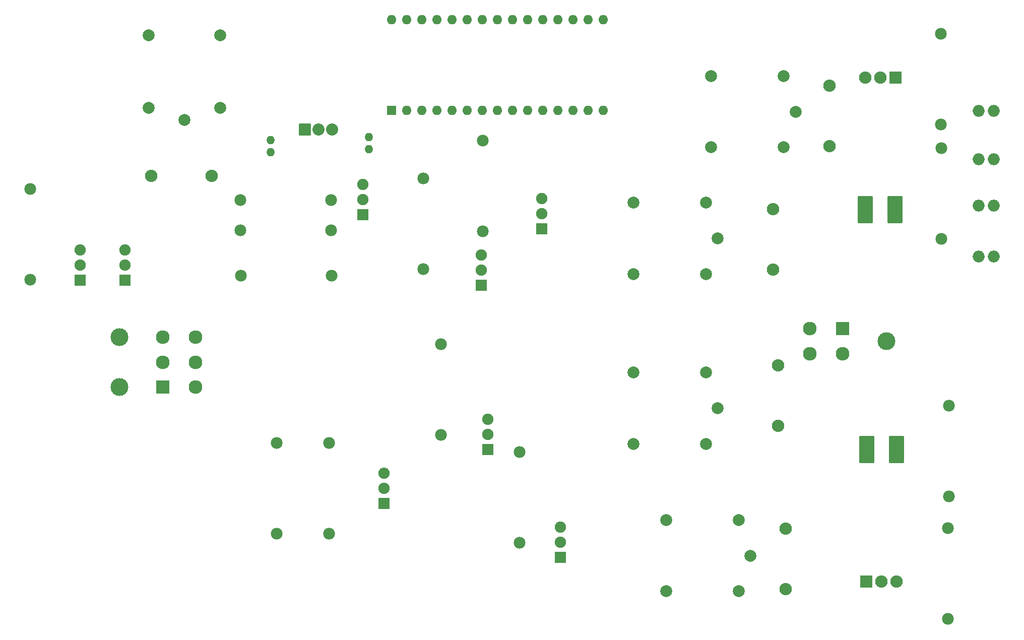
<source format=gbr>
%TF.GenerationSoftware,KiCad,Pcbnew,8.0.1*%
%TF.CreationDate,2024-04-11T22:24:39-04:00*%
%TF.ProjectId,Headlight Controller,48656164-6c69-4676-9874-20436f6e7472,2.1*%
%TF.SameCoordinates,Original*%
%TF.FileFunction,Soldermask,Top*%
%TF.FilePolarity,Negative*%
%FSLAX46Y46*%
G04 Gerber Fmt 4.6, Leading zero omitted, Abs format (unit mm)*
G04 Created by KiCad (PCBNEW 8.0.1) date 2024-04-11 22:24:39*
%MOMM*%
%LPD*%
G01*
G04 APERTURE LIST*
G04 Aperture macros list*
%AMRoundRect*
0 Rectangle with rounded corners*
0 $1 Rounding radius*
0 $2 $3 $4 $5 $6 $7 $8 $9 X,Y pos of 4 corners*
0 Add a 4 corners polygon primitive as box body*
4,1,4,$2,$3,$4,$5,$6,$7,$8,$9,$2,$3,0*
0 Add four circle primitives for the rounded corners*
1,1,$1+$1,$2,$3*
1,1,$1+$1,$4,$5*
1,1,$1+$1,$6,$7*
1,1,$1+$1,$8,$9*
0 Add four rect primitives between the rounded corners*
20,1,$1+$1,$2,$3,$4,$5,0*
20,1,$1+$1,$4,$5,$6,$7,0*
20,1,$1+$1,$6,$7,$8,$9,0*
20,1,$1+$1,$8,$9,$2,$3,0*%
G04 Aperture macros list end*
%ADD10O,2.082800X2.082800*%
%ADD11C,2.999999*%
%ADD12R,2.300000X2.300000*%
%ADD13C,2.300000*%
%ADD14O,1.981200X1.981200*%
%ADD15O,2.000000X2.000000*%
%ADD16RoundRect,0.102000X-0.850000X-0.850000X0.850000X-0.850000X0.850000X0.850000X-0.850000X0.850000X0*%
%ADD17O,1.904000X1.904000*%
%ADD18C,1.904000*%
%ADD19C,2.006600*%
%ADD20RoundRect,0.050800X-0.965200X-0.965200X0.965200X-0.965200X0.965200X0.965200X-0.965200X0.965200X0*%
%ADD21O,2.032000X2.032000*%
%ADD22C,2.032000*%
%ADD23RoundRect,0.101600X1.190000X-2.142500X1.190000X2.142500X-1.190000X2.142500X-1.190000X-2.142500X0*%
%ADD24RoundRect,0.101600X0.939800X-0.939800X0.939800X0.939800X-0.939800X0.939800X-0.939800X-0.939800X0*%
%ADD25R,1.600000X1.600000*%
%ADD26O,1.600000X1.600000*%
%ADD27O,1.401600X1.401600*%
%ADD28RoundRect,0.101600X-1.190000X2.142500X-1.190000X-2.142500X1.190000X-2.142500X1.190000X2.142500X0*%
%ADD29RoundRect,0.101600X-0.939800X0.939800X-0.939800X-0.939800X0.939800X-0.939800X0.939800X0.939800X0*%
G04 APERTURE END LIST*
D10*
%TO.C,CR1*%
X154400000Y-86120000D03*
X154400000Y-96280000D03*
%TD*%
D11*
%TO.C,J2*%
X173402502Y-108254002D03*
D12*
X166102501Y-106154002D03*
D13*
X166102501Y-110354001D03*
X160602502Y-106154002D03*
X160602502Y-110354001D03*
%TD*%
D14*
%TO.C,R7*%
X98600000Y-108760000D03*
X98600000Y-124000000D03*
%TD*%
D15*
%TO.C,D4*%
X191445100Y-94000000D03*
X188905100Y-94000000D03*
%TD*%
D10*
%TO.C,CR3*%
X155200000Y-112320000D03*
X155200000Y-122480000D03*
%TD*%
D16*
%TO.C,Q1*%
X85500000Y-87000000D03*
D17*
X85500000Y-84460000D03*
D18*
X85500000Y-81920000D03*
%TD*%
D19*
%TO.C,K2*%
X158199900Y-69700000D03*
X156199900Y-75700000D03*
X144000000Y-75700000D03*
X144000000Y-63700000D03*
X156199900Y-63700000D03*
%TD*%
D14*
%TO.C,R4*%
X79800000Y-140600000D03*
X79800000Y-125360000D03*
%TD*%
%TO.C,R5*%
X95609890Y-80940000D03*
X95609890Y-96180000D03*
%TD*%
D20*
%TO.C,U1*%
X75777500Y-72674100D03*
D21*
X78063500Y-72674100D03*
D22*
X80349500Y-72674100D03*
%TD*%
D23*
%TO.C,U3*%
X175113000Y-126432000D03*
X170134600Y-126432000D03*
D10*
X175113000Y-148657000D03*
X172573000Y-148657000D03*
D24*
X170033000Y-148657000D03*
%TD*%
D14*
%TO.C,R3*%
X71000000Y-125380000D03*
X71000000Y-140620000D03*
%TD*%
%TO.C,R13*%
X183900000Y-134320000D03*
X183900000Y-119080000D03*
%TD*%
D15*
%TO.C,D3*%
X191445100Y-85500000D03*
X188905100Y-85500000D03*
%TD*%
D11*
%TO.C,J1*%
X44597498Y-107600017D03*
X44597498Y-116000000D03*
D12*
X51897499Y-116000000D03*
D13*
X51897499Y-111800001D03*
X51897499Y-107600002D03*
X57397498Y-116000000D03*
X57397498Y-111800001D03*
X57397498Y-107600002D03*
%TD*%
D15*
%TO.C,D1*%
X191445100Y-77700000D03*
X188905100Y-77700000D03*
%TD*%
D14*
%TO.C,R9*%
X65010000Y-97250000D03*
X80250000Y-97250000D03*
%TD*%
D25*
%TO.C,A1*%
X90310000Y-69500000D03*
D26*
X92850000Y-69500000D03*
X95390000Y-69500000D03*
X97930000Y-69500000D03*
X100470000Y-69500000D03*
X103010000Y-69500000D03*
X105550000Y-69500000D03*
X108090000Y-69500000D03*
X110630000Y-69500000D03*
X113170000Y-69500000D03*
X115710000Y-69500000D03*
X118250000Y-69500000D03*
X120790000Y-69500000D03*
X123330000Y-69500000D03*
X125870000Y-69500000D03*
X125870000Y-54260000D03*
X123330000Y-54260000D03*
X120790000Y-54260000D03*
X118250000Y-54260000D03*
X115710000Y-54260000D03*
X113170000Y-54260000D03*
X110630000Y-54260000D03*
X108090000Y-54260000D03*
X105550000Y-54260000D03*
X103010000Y-54260000D03*
X100470000Y-54260000D03*
X97930000Y-54260000D03*
X95390000Y-54260000D03*
X92850000Y-54260000D03*
X90310000Y-54260000D03*
%TD*%
D27*
%TO.C,C1*%
X70000000Y-74500000D03*
X70000000Y-76500000D03*
%TD*%
D16*
%TO.C,Q3*%
X105400000Y-98900000D03*
D17*
X105400000Y-96360000D03*
D18*
X105400000Y-93820000D03*
%TD*%
D27*
%TO.C,C2*%
X86500000Y-74000000D03*
X86500000Y-76000000D03*
%TD*%
D16*
%TO.C,Q4*%
X115500000Y-89420000D03*
D17*
X115500000Y-86880000D03*
D18*
X115500000Y-84340000D03*
%TD*%
D14*
%TO.C,R11*%
X182700000Y-91120000D03*
X182700000Y-75880000D03*
%TD*%
%TO.C,R8*%
X111764945Y-126860000D03*
X111764945Y-142100000D03*
%TD*%
D19*
%TO.C,K1*%
X145100100Y-91000000D03*
X143100100Y-97000000D03*
X130900200Y-97000000D03*
X130900200Y-85000000D03*
X143100100Y-85000000D03*
%TD*%
D16*
%TO.C,Q7*%
X45500000Y-98040000D03*
D17*
X45500000Y-95500000D03*
D18*
X45500000Y-92960000D03*
%TD*%
D19*
%TO.C,K3*%
X145100100Y-119535000D03*
X143100100Y-125535000D03*
X130900200Y-125535000D03*
X130900200Y-113535000D03*
X143100100Y-113535000D03*
%TD*%
D16*
%TO.C,Q6*%
X118655055Y-144620000D03*
D17*
X118655055Y-142080000D03*
D18*
X118655055Y-139540000D03*
%TD*%
D16*
%TO.C,Q2*%
X89000000Y-135540000D03*
D17*
X89000000Y-133000000D03*
D18*
X89000000Y-130460000D03*
%TD*%
D28*
%TO.C,U2*%
X169887000Y-86168000D03*
X174865400Y-86168000D03*
D10*
X169887000Y-63943000D03*
X172427000Y-63943000D03*
D29*
X174967000Y-63943000D03*
%TD*%
D14*
%TO.C,R6*%
X105600000Y-74560000D03*
X105600000Y-89800000D03*
%TD*%
D10*
%TO.C,CR4*%
X156500000Y-139720000D03*
X156500000Y-149880000D03*
%TD*%
D16*
%TO.C,Q8*%
X38000000Y-98040000D03*
D17*
X38000000Y-95500000D03*
D18*
X38000000Y-92960000D03*
%TD*%
D14*
%TO.C,R14*%
X183800000Y-154920000D03*
X183800000Y-139680000D03*
%TD*%
D19*
%TO.C,K5*%
X55500000Y-71100100D03*
X49500000Y-69100100D03*
X49500000Y-56900200D03*
X61500000Y-56900200D03*
X61500000Y-69100100D03*
%TD*%
D14*
%TO.C,R1*%
X64880000Y-89600000D03*
X80120000Y-89600000D03*
%TD*%
D16*
%TO.C,Q5*%
X106490110Y-126440000D03*
D17*
X106490110Y-123900000D03*
D18*
X106490110Y-121360000D03*
%TD*%
D10*
%TO.C,CR5*%
X49920000Y-80500000D03*
X60080000Y-80500000D03*
%TD*%
D14*
%TO.C,R2*%
X80120000Y-84600000D03*
X64880000Y-84600000D03*
%TD*%
D19*
%TO.C,K4*%
X150600100Y-144300001D03*
X148600100Y-150300001D03*
X136400200Y-150300001D03*
X136400200Y-138300001D03*
X148600100Y-138300001D03*
%TD*%
D14*
%TO.C,R12*%
X182600000Y-56580000D03*
X182600000Y-71820000D03*
%TD*%
%TO.C,R10*%
X29600000Y-82680000D03*
X29600000Y-97920000D03*
%TD*%
D15*
%TO.C,D2*%
X191445100Y-69600000D03*
X188905100Y-69600000D03*
%TD*%
D10*
%TO.C,CR2*%
X163900000Y-65320000D03*
X163900000Y-75480000D03*
%TD*%
M02*

</source>
